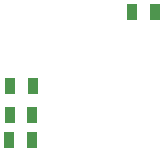
<source format=gtp>
G04 (created by PCBNEW (25-Oct-2014 BZR 4029)-stable) date 2015年05月14日 星期四 19时18分23秒*
%MOIN*%
G04 Gerber Fmt 3.4, Leading zero omitted, Abs format*
%FSLAX34Y34*%
G01*
G70*
G90*
G04 APERTURE LIST*
%ADD10C,0.00590551*%
%ADD11R,0.035X0.055*%
G04 APERTURE END LIST*
G54D10*
G54D11*
X48620Y-22990D03*
X49370Y-22990D03*
X45287Y-26418D03*
X44537Y-26418D03*
X45305Y-25440D03*
X44555Y-25440D03*
X45275Y-27260D03*
X44525Y-27260D03*
M02*

</source>
